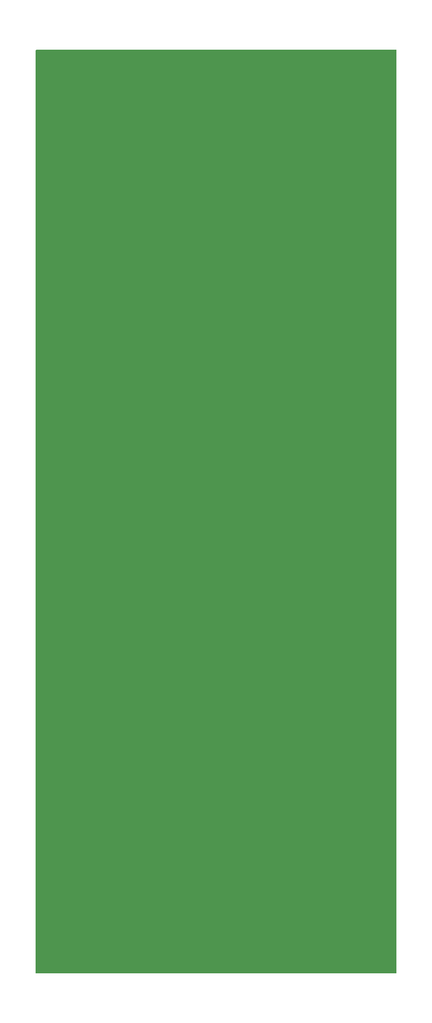
<source format=gbr>
%TF.GenerationSoftware,KiCad,Pcbnew,8.0.2-8.0.2-0~ubuntu22.04.1*%
%TF.CreationDate,2024-06-16T11:10:51+02:00*%
%TF.ProjectId,VCA_Panner_panel,5643415f-5061-46e6-9e65-725f70616e65,rev?*%
%TF.SameCoordinates,Original*%
%TF.FileFunction,Copper,L1,Top*%
%TF.FilePolarity,Positive*%
%FSLAX46Y46*%
G04 Gerber Fmt 4.6, Leading zero omitted, Abs format (unit mm)*
G04 Created by KiCad (PCBNEW 8.0.2-8.0.2-0~ubuntu22.04.1) date 2024-06-16 11:10:51*
%MOMM*%
%LPD*%
G01*
G04 APERTURE LIST*
%TA.AperFunction,ViaPad*%
%ADD10C,4.000000*%
%TD*%
%TA.AperFunction,ViaPad*%
%ADD11C,8.000000*%
%TD*%
%TA.AperFunction,ViaPad*%
%ADD12C,7.000000*%
%TD*%
G04 APERTURE END LIST*
D10*
%TO.N,GND*%
X123330000Y-121450000D03*
D11*
X142000000Y-68000000D03*
D10*
X147110000Y-51000000D03*
D12*
X117000000Y-145000000D03*
D10*
X111560000Y-51000000D03*
D11*
X117000000Y-93000000D03*
D12*
X142000000Y-132000000D03*
X142000000Y-158000000D03*
D10*
X111560000Y-173500000D03*
D11*
X117000000Y-68000000D03*
D10*
X135705000Y-121450000D03*
X147110000Y-173500000D03*
D12*
X117000000Y-132000000D03*
D11*
X142000000Y-93000000D03*
D12*
X142000000Y-145000000D03*
X117000000Y-158000000D03*
%TD*%
%TA.AperFunction,Conductor*%
%TO.N,GND*%
G36*
X154342539Y-48520185D02*
G01*
X154388294Y-48572989D01*
X154399500Y-48624500D01*
X154399500Y-175875500D01*
X154379815Y-175942539D01*
X154327011Y-175988294D01*
X154275500Y-175999500D01*
X104724500Y-175999500D01*
X104657461Y-175979815D01*
X104611706Y-175927011D01*
X104600500Y-175875500D01*
X104600500Y-48624500D01*
X104620185Y-48557461D01*
X104672989Y-48511706D01*
X104724500Y-48500500D01*
X154275500Y-48500500D01*
X154342539Y-48520185D01*
G37*
%TD.AperFunction*%
%TD*%
M02*

</source>
